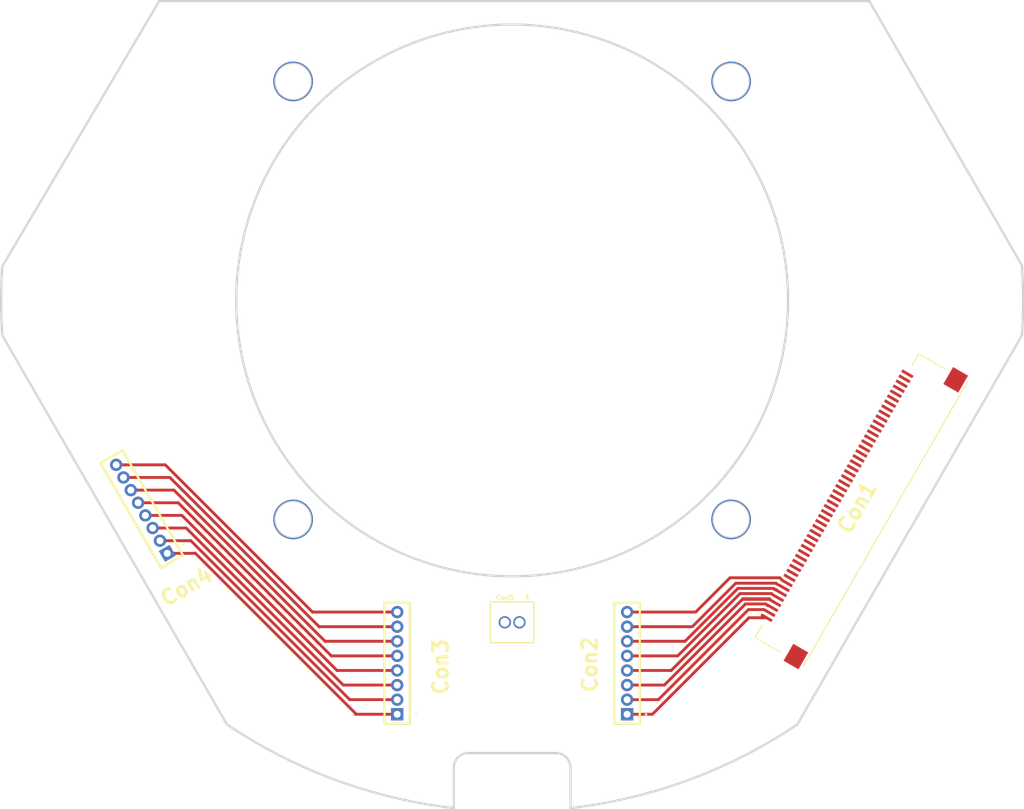
<source format=kicad_pcb>
(kicad_pcb (version 20211014) (generator pcbnew)
  (layers (0 "F.Cu" signal) (31 "B.Cu" signal) (34 "B.Paste" user) (35 "F.Paste" user) (36 "B.SilkS" user "B.Silkscreen") (37 "F.SilkS" user "F.Silkscreen") (38 "B.Mask" user) (39 "F.Mask" user) (44 "Edge.Cuts" user))
  (net 0 "")
  (net 1 "Net-(Con2-Pad1)")
  (net 2 "Net-(Con2-Pad2)")
  (net 3 "Net-(Con2-Pad3)")
  (net 4 "Net-(Con2-Pad4)")
  (net 5 "Net-(Con1-Pad5)")
  (net 6 "Net-(Con1-Pad6)")
  (net 7 "Net-(Con1-Pad7)")
  (net 8 "Net-(Con1-Pad8)")
  (net 53 "Net-(Con3-Pad1)")
  (net 54 "Net-(Con3-Pad2)")
  (net 55 "Net-(Con3-Pad3)")
  (net 56 "Net-(Con3-Pad4)")
  (net 57 "Net-(Con3-Pad5)")
  (net 58 "Net-(Con3-Pad6)")
  (net 59 "Net-(Con3-Pad7)")
  (net 60 "Net-(Con3-Pad8)")
  (footprint "Connector_Samtec_manual:SLM-102-01-X-S" (layer "F.Cu") (at 135.400508 119.26)
    (fp_text reference "Con5" (at -0.63502 -2.159068) (layer "F.SilkS") (effects (font (size 0.400013 0.400013))))
    (fp_text value "SLM-102-01-X-S")
    (fp_text user "1" (at 1.325 -2.225) (layer "F.SilkS") (effects (font (size 0.400152 0.400152))))
    (fp_line (start 1.8923 1.778) (end -1.8923 1.778) (layer "F.SilkS") (width 0.127))
    (fp_line (start 1.8923 -1.778) (end 1.8923 1.778) (layer "F.SilkS") (width 0.127))
    (fp_line (start -1.8923 -1.778) (end 1.8923 -1.778) (layer "F.SilkS") (width 0.127))
    (fp_line (start -1.8923 1.778) (end -1.8923 -1.778) (layer "F.SilkS") (width 0.127))
    (pad "1" thru_hole circle (at 0.635 0) (size 1.0668 1.0668) (drill 0.7874) (layers *.Cu *.Mask))
    (pad "2" thru_hole circle (at -0.635 0) (size 1.0668 1.0668) (drill 0.7874) (layers *.Cu *.Mask))
  )
  (footprint "ENGdownloadedFootprint:Omron XF2M50151A" (layer "F.Cu") (at 165.400508 109.26 60)
    (fp_text reference "Con1" (at 0 0 60) (layer "F.SilkS") (effects (font (size 1.27 1.27) (thickness 0.254))))
    (fp_text value "Omron_XF2M-5015-1A" hide)
    (fp_line (start -12.3 -2.815) (end -12.3 -2.815) (layer "F.SilkS") (width 0.1))
    (fp_line (start -12.2 -2.815) (end -12.2 -2.815) (layer "F.SilkS") (width 0.1))
    (fp_line (start -13 -2.015) (end -14.25 -2.015) (layer "F.SilkS") (width 0.1))
    (fp_line (start 14.25 -2.015) (end 14.25 0.525) (layer "F.SilkS") (width 0.1))
    (fp_line (start -14.25 2.865) (end 14.25 2.865) (layer "F.SilkS") (width 0.1))
    (fp_line (start -14.25 -2.015) (end -14.25 0.525) (layer "F.SilkS") (width 0.1))
    (fp_line (start 13.045 -2.015) (end 14.25 -2.015) (layer "F.SilkS") (width 0.1))
    (fp_arc (start -12.3 -2.815) (mid -12.25 -2.865) (end -12.2 -2.815) (layer "F.SilkS") (width 0.1))
    (fp_arc (start -12.2 -2.815) (mid -12.25 -2.765) (end -12.3 -2.815) (layer "F.SilkS") (width 0.1))
    (pad "1" smd rect (at -12.25 -2.015 60) (size 0.25 1.1) (layers "F.Cu" "F.Paste" "F.Mask") (net 1 "Net-(Con2-Pad1)"))
    (pad "2" smd rect (at -11.75 -2.015 60) (size 0.25 1.1) (layers "F.Cu" "F.Paste" "F.Mask") (net 2 "Net-(Con2-Pad2)"))
    (pad "3" smd rect (at -11.25 -2.015 60) (size 0.25 1.1) (layers "F.Cu" "F.Paste" "F.Mask") (net 3 "Net-(Con2-Pad3)"))
    (pad "4" smd rect (at -10.75 -2.015 60) (size 0.25 1.1) (layers "F.Cu" "F.Paste" "F.Mask") (net 4 "Net-(Con2-Pad4)"))
    (pad "5" smd rect (at -10.25 -2.015 60) (size 0.25 1.1) (layers "F.Cu" "F.Paste" "F.Mask") (net 5 "Net-(Con1-Pad5)"))
    (pad "6" smd rect (at -9.75 -2.015 60) (size 0.25 1.1) (layers "F.Cu" "F.Paste" "F.Mask") (net 6 "Net-(Con1-Pad6)"))
    (pad "7" smd rect (at -9.25 -2.015 60) (size 0.25 1.1) (layers "F.Cu" "F.Paste" "F.Mask") (net 7 "Net-(Con1-Pad7)"))
    (pad "8" smd rect (at -8.75 -2.015 60) (size 0.25 1.1) (layers "F.Cu" "F.Paste" "F.Mask") (net 8 "Net-(Con1-Pad8)"))
    (pad "9" smd rect (at -8.25 -2.015 60) (size 0.25 1.1) (layers "F.Cu" "F.Paste" "F.Mask"))
    (pad "10" smd rect (at -7.75 -2.015 60) (size 0.25 1.1) (layers "F.Cu" "F.Paste" "F.Mask"))
    (pad "11" smd rect (at -7.25 -2.015 60) (size 0.25 1.1) (layers "F.Cu" "F.Paste" "F.Mask"))
    (pad "12" smd rect (at -6.75 -2.015 60) (size 0.25 1.1) (layers "F.Cu" "F.Paste" "F.Mask"))
    (pad "13" smd rect (at -6.25 -2.015 60) (size 0.25 1.1) (layers "F.Cu" "F.Paste" "F.Mask"))
    (pad "14" smd rect (at -5.75 -2.015 60) (size 0.25 1.1) (layers "F.Cu" "F.Paste" "F.Mask"))
    (pad "15" smd rect (at -5.25 -2.015 60) (size 0.25 1.1) (layers "F.Cu" "F.Paste" "F.Mask"))
    (pad "16" smd rect (at -4.75 -2.015 60) (size 0.25 1.1) (layers "F.Cu" "F.Paste" "F.Mask"))
    (pad "17" smd rect (at -4.25 -2.015 60) (size 0.25 1.1) (layers "F.Cu" "F.Paste" "F.Mask"))
    (pad "18" smd rect (at -3.75 -2.015 60) (size 0.25 1.1) (layers "F.Cu" "F.Paste" "F.Mask"))
    (pad "19" smd rect (at -3.25 -2.015 60) (size 0.25 1.1) (layers "F.Cu" "F.Paste" "F.Mask"))
    (pad "20" smd rect (at -2.75 -2.015 60) (size 0.25 1.1) (layers "F.Cu" "F.Paste" "F.Mask"))
    (pad "21" smd rect (at -2.25 -2.015 60) (size 0.25 1.1) (layers "F.Cu" "F.Paste" "F.Mask"))
    (pad "22" smd rect (at -1.75 -2.015 60) (size 0.25 1.1) (layers "F.Cu" "F.Paste" "F.Mask"))
    (pad "23" smd rect (at -1.25 -2.015 60) (size 0.25 1.1) (layers "F.Cu" "F.Paste" "F.Mask"))
    (pad "24" smd rect (at -0.75 -2.015 60) (size 0.25 1.1) (layers "F.Cu" "F.Paste" "F.Mask"))
    (pad "25" smd rect (at -0.25 -2.015 60) (size 0.25 1.1) (layers "F.Cu" "F.Paste" "F.Mask"))
    (pad "26" smd rect (at 0.25 -2.015 60) (size 0.25 1.1) (layers "F.Cu" "F.Paste" "F.Mask"))
    (pad "27" smd rect (at 0.75 -2.015 60) (size 0.25 1.1) (layers "F.Cu" "F.Paste" "F.Mask"))
    (pad "28" smd rect (at 1.25 -2.015 60) (size 0.25 1.1) (layers "F.Cu" "F.Paste" "F.Mask"))
    (pad "29" smd rect (at 1.75 -2.015 60) (size 0.25 1.1) (layers "F.Cu" "F.Paste" "F.Mask"))
    (pad "30" smd rect (at 2.25 -2.015 60) (size 0.25 1.1) (layers "F.Cu" "F.Paste" "F.Mask"))
    (pad "31" smd rect (at 2.75 -2.015 60) (size 0.25 1.1) (layers "F.Cu" "F.Paste" "F.Mask"))
    (pad "32" smd rect (at 3.25 -2.015 60) (size 0.25 1.1) (layers "F.Cu" "F.Paste" "F.Mask"))
    (pad "33" smd rect (at 3.75 -2.015 60) (size 0.25 1.1) (layers "F.Cu" "F.Paste" "F.Mask"))
    (pad "34" smd rect (at 4.25 -2.015 60) (size 0.25 1.1) (layers "F.Cu" "F.Paste" "F.Mask"))
    (pad "35" smd rect (at 4.75 -2.015 60) (size 0.25 1.1) (layers "F.Cu" "F.Paste" "F.Mask"))
    (pad "36" smd rect (at 5.25 -2.015 60) (size 0.25 1.1) (layers "F.Cu" "F.Paste" "F.Mask"))
    (pad "37" smd rect (at 5.75 -2.015 60) (size 0.25 1.1) (layers "F.Cu" "F.Paste" "F.Mask"))
    (pad "38" smd rect (at 6.25 -2.015 60) (size 0.25 1.1) (layers "F.Cu" "F.Paste" "F.Mask"))
    (pad "39" smd rect (at 6.75 -2.015 60) (size 0.25 1.1) (layers "F.Cu" "F.Paste" "F.Mask"))
    (pad "40" smd rect (at 7.25 -2.015 60) (size 0.25 1.1) (layers "F.Cu" "F.Paste" "F.Mask"))
    (pad "41" smd rect (at 7.75 -2.015 60) (size 0.25 1.1) (layers "F.Cu" "F.Paste" "F.Mask"))
    (pad "42" smd rect (at 8.25 -2.015 60) (size 0.25 1.1) (layers "F.Cu" "F.Paste" "F.Mask"))
    (pad "43" smd rect (at 8.75 -2.015 60) (size 0.25 1.1) (layers "F.Cu" "F.Paste" "F.Mask"))
    (pad "44" smd rect (at 9.25 -2.015 60) (size 0.25 1.1) (layers "F.Cu" "F.Paste" "F.Mask"))
    (pad "45" smd rect (at 9.75 -2.015 60) (size 0.25 1.1) (layers "F.Cu" "F.Paste" "F.Mask"))
    (pad "46" smd rect (at 10.25 -2.015 60) (size 0.25 1.1) (layers "F.Cu" "F.Paste" "F.Mask"))
    (pad "47" smd rect (at 10.75 -2.015 60) (size 0.25 1.1) (layers "F.Cu" "F.Paste" "F.Mask"))
    (pad "48" smd rect (at 11.25 -2.015 60) (size 0.25 1.1) (layers "F.Cu" "F.Paste" "F.Mask"))
    (pad "49" smd rect (at 11.75 -2.015 60) (size 0.25 1.1) (layers "F.Cu" "F.Paste" "F.Mask"))
    (pad "50" smd rect (at 12.25 -2.015 60) (size 0.25 1.1) (layers "F.Cu" "F.Paste" "F.Mask"))
    (pad "51" smd rect (at -13.9 1.885 150) (size 1.5 1.7) (layers "F.Cu" "F.Paste" "F.Mask"))
    (pad "52" smd rect (at 13.9 1.885 150) (size 1.5 1.7) (layers "F.Cu" "F.Paste" "F.Mask"))
  )
  (footprint "ENGdownloadedFootprint:8501000810001000" (layer "F.Cu") (at 125.400508 127.26 90)
    (fp_text reference "Con3" (at 4.125 3.775 270) (layer "F.SilkS") (effects (font (size 1.27 1.27) (thickness 0.254))))
    (fp_text value "850-10-008-10-001000" hide)
    (fp_line (start 0 1.6) (end 0 1.6) (layer "F.SilkS") (width 0.1))
    (fp_line (start 0 1.7) (end 0 1.7) (layer "F.SilkS") (width 0.1))
    (fp_line (start -0.825 1.105) (end -0.825 -1.105) (layer "F.SilkS") (width 0.2))
    (fp_line (start 9.715 -1.105) (end 9.715 1.105) (layer "F.SilkS") (width 0.2))
    (fp_line (start -0.825 -1.105) (end 9.715 -1.105) (layer "F.SilkS") (width 0.2))
    (fp_line (start 9.715 1.105) (end -0.825 1.105) (layer "F.SilkS") (width 0.2))
    (fp_arc (start 0 1.7) (mid -0.05 1.65) (end 0 1.6) (layer "F.SilkS") (width 0.1))
    (fp_arc (start 0 1.6) (mid 0.05 1.65) (end 0 1.7) (layer "F.SilkS") (width 0.1))
    (pad "1" thru_hole rect locked (at 0 0 90) (size 1.07 1.07) (drill 0.606) (layers *.Cu *.Mask) (net 53 "Net-(Con3-Pad1)"))
    (pad "2" thru_hole circle locked (at 1.27 0 90) (size 1.07 1.07) (drill 0.606) (layers *.Cu *.Mask) (net 54 "Net-(Con3-Pad2)"))
    (pad "3" thru_hole circle locked (at 2.54 0 90) (size 1.07 1.07) (drill 0.606) (layers *.Cu *.Mask) (net 55 "Net-(Con3-Pad3)"))
    (pad "4" thru_hole circle locked (at 3.81 0 90) (size 1.07 1.07) (drill 0.606) (layers *.Cu *.Mask) (net 56 "Net-(Con3-Pad4)"))
    (pad "5" thru_hole circle locked (at 5.08 0 90) (size 1.07 1.07) (drill 0.606) (layers *.Cu *.Mask) (net 57 "Net-(Con3-Pad5)"))
    (pad "6" thru_hole circle locked (at 6.35 0 90) (size 1.07 1.07) (drill 0.606) (layers *.Cu *.Mask) (net 58 "Net-(Con3-Pad6)"))
    (pad "7" thru_hole circle locked (at 7.62 0 90) (size 1.07 1.07) (drill 0.606) (layers *.Cu *.Mask) (net 59 "Net-(Con3-Pad7)"))
    (pad "8" thru_hole circle locked (at 8.89 0 90) (size 1.07 1.07) (drill 0.606) (layers *.Cu *.Mask) (net 60 "Net-(Con3-Pad8)"))
  )
  (footprint "ENGdownloadedFootprint:8501000810001000" (layer "F.Cu") (at 105.400508 113.26 120)
    (fp_text reference "Con4" (at -3.348974 0.000593 210) (layer "F.SilkS") (effects (font (size 1.27 1.27) (thickness 0.254))))
    (fp_text value "850-10-008-10-001000" hide)
    (fp_line (start 9.715 -1.105) (end 9.715 1.105) (layer "F.SilkS") (width 0.2))
    (fp_line (start -0.825 -1.105) (end 9.715 -1.105) (layer "F.SilkS") (width 0.2))
    (fp_line (start -0.825 1.105) (end -0.825 -1.105) (layer "F.SilkS") (width 0.2))
    (fp_line (start 9.715 1.105) (end -0.825 1.105) (layer "F.SilkS") (width 0.2))
    (fp_line (start 0 1.7) (end 0 1.7) (layer "F.SilkS") (width 0.1))
    (fp_line (start 0 1.6) (end 0 1.6) (layer "F.SilkS") (width 0.1))
    (fp_arc (start 0 1.7) (mid -0.05 1.65) (end 0 1.6) (layer "F.SilkS") (width 0.1))
    (fp_arc (start 0 1.6) (mid 0.05 1.65) (end 0 1.7) (layer "F.SilkS") (width 0.1))
    (pad "1" thru_hole rect locked (at 0 0 120) (size 1.07 1.07) (drill 0.606) (layers *.Cu *.Mask) (net 53 "Net-(Con3-Pad1)"))
    (pad "2" thru_hole circle locked (at 1.27 0 120) (size 1.07 1.07) (drill 0.606) (layers *.Cu *.Mask) (net 54 "Net-(Con3-Pad2)"))
    (pad "3" thru_hole circle locked (at 2.54 0 120) (size 1.07 1.07) (drill 0.606) (layers *.Cu *.Mask) (net 55 "Net-(Con3-Pad3)"))
    (pad "4" thru_hole circle locked (at 3.81 0 120) (size 1.07 1.07) (drill 0.606) (layers *.Cu *.Mask) (net 56 "Net-(Con3-Pad4)"))
    (pad "5" thru_hole circle locked (at 5.08 0 120) (size 1.07 1.07) (drill 0.606) (layers *.Cu *.Mask) (net 57 "Net-(Con3-Pad5)"))
    (pad "6" thru_hole circle locked (at 6.35 0 120) (size 1.07 1.07) (drill 0.606) (layers *.Cu *.Mask) (net 58 "Net-(Con3-Pad6)"))
    (pad "7" thru_hole circle locked (at 7.62 0 120) (size 1.07 1.07) (drill 0.606) (layers *.Cu *.Mask) (net 59 "Net-(Con3-Pad7)"))
    (pad "8" thru_hole circle locked (at 8.89 0 120) (size 1.07 1.07) (drill 0.606) (layers *.Cu *.Mask) (net 60 "Net-(Con3-Pad8)"))
  )
  (footprint "ENGdownloadedFootprint:8501000810001000" (layer "F.Cu") (at 145.400508 127.26 90)
    (fp_text reference "Con2" (at 4.325 -3.25 90) (layer "F.SilkS") (effects (font (size 1.27 1.27) (thickness 0.254))))
    (fp_text value "850-10-008-10-001000" hide)
    (fp_line (start 9.715 -1.105) (end 9.715 1.105) (layer "F.SilkS") (width 0.2))
    (fp_line (start -0.825 -1.105) (end 9.715 -1.105) (layer "F.SilkS") (width 0.2))
    (fp_line (start 0 1.7) (end 0 1.7) (layer "F.SilkS") (width 0.1))
    (fp_line (start -0.825 1.105) (end -0.825 -1.105) (layer "F.SilkS") (width 0.2))
    (fp_line (start 9.715 1.105) (end -0.825 1.105) (layer "F.SilkS") (width 0.2))
    (fp_line (start 0 1.6) (end 0 1.6) (layer "F.SilkS") (width 0.1))
    (fp_arc (start 0 1.6) (mid 0.05 1.65) (end 0 1.7) (layer "F.SilkS") (width 0.1))
    (fp_arc (start 0 1.7) (mid -0.05 1.65) (end 0 1.6) (layer "F.SilkS") (width 0.1))
    (pad "1" thru_hole rect locked (at 0 0 90) (size 1.07 1.07) (drill 0.606) (layers *.Cu *.Mask) (net 1 "Net-(Con2-Pad1)"))
    (pad "2" thru_hole circle locked (at 1.27 0 90) (size 1.07 1.07) (drill 0.606) (layers *.Cu *.Mask) (net 2 "Net-(Con2-Pad2)"))
    (pad "3" thru_hole circle locked (at 2.54 0 90) (size 1.07 1.07) (drill 0.606) (layers *.Cu *.Mask) (net 3 "Net-(Con2-Pad3)"))
    (pad "4" thru_hole circle locked (at 3.81 0 90) (size 1.07 1.07) (drill 0.606) (layers *.Cu *.Mask) (net 4 "Net-(Con2-Pad4)"))
    (pad "5" thru_hole circle locked (at 5.08 0 90) (size 1.07 1.07) (drill 0.606) (layers *.Cu *.Mask) (net 5 "Net-(Con1-Pad5)"))
    (pad "6" thru_hole circle locked (at 6.35 0 90) (size 1.07 1.07) (drill 0.606) (layers *.Cu *.Mask) (net 6 "Net-(Con1-Pad6)"))
    (pad "7" thru_hole circle locked (at 7.62 0 90) (size 1.07 1.07) (drill 0.606) (layers *.Cu *.Mask) (net 7 "Net-(Con1-Pad7)"))
    (pad "8" thru_hole circle locked (at 8.89 0 90) (size 1.07 1.07) (drill 0.606) (layers *.Cu *.Mask) (net 8 "Net-(Con1-Pad8)"))
  )
  (gr_line (start 104.699031 65.225) (end 91.048554 88.2943) (layer "Edge.Cuts") (width 0.2))
  (gr_arc (start 179.744792 88.210684) (mid 179.849508 91.26) (end 179.744792 94.309316) (layer "Edge.Cuts") (width 0.2))
  (gr_line (start 140.479508 131.9) (end 140.479508 135.41876) (layer "Edge.Cuts") (width 0.2))
  (gr_line (start 160.212935 128.139484) (end 179.744792 94.309316) (layer "Edge.Cuts") (width 0.2))
  (gr_arc (start 139.209508 130.63) (mid 140.107534 131.001974) (end 140.479508 131.9) (layer "Edge.Cuts") (width 0.2))
  (gr_circle (center 154.449508 110.31) (end 155.973508 110.31) (layer "Edge.Cuts") (width 0.2) (fill none))
  (gr_line (start 130.319508 131.9) (end 130.319508 135.41876) (layer "Edge.Cuts") (width 0.2))
  (gr_line (start 104.699031 65.225) (end 166.474001 65.225) (layer "Edge.Cuts") (width 0.2))
  (gr_arc (start 91.054224 94.309316) (mid 90.949528 91.301904) (end 91.048554 88.2943) (layer "Edge.Cuts") (width 0.2))
  (gr_line (start 131.589508 130.63) (end 139.209508 130.63) (layer "Edge.Cuts") (width 0.2))
  (gr_arc (start 160.212935 128.139484) (mid 150.78298 132.963133) (end 140.479508 135.41876) (layer "Edge.Cuts") (width 0.2))
  (gr_circle (center 135.399508 91.26) (end 159.402508 91.26) (layer "Edge.Cuts") (width 0.2) (fill none))
  (gr_arc (start 130.319508 131.9) (mid 130.691482 131.001974) (end 131.589508 130.63) (layer "Edge.Cuts") (width 0.2))
  (gr_circle (center 116.349508 72.21) (end 117.873508 72.21) (layer "Edge.Cuts") (width 0.2) (fill none))
  (gr_arc (start 130.319508 135.41876) (mid 120.016036 132.963133) (end 110.586081 128.139484) (layer "Edge.Cuts") (width 0.2))
  (gr_circle (center 116.349508 110.31) (end 117.873508 110.31) (layer "Edge.Cuts") (width 0.2) (fill none))
  (gr_line (start 91.054224 94.309316) (end 110.586081 128.139484) (layer "Edge.Cuts") (width 0.2))
  (gr_line (start 179.744792 88.210684) (end 166.474001 65.225) (layer "Edge.Cuts") (width 0.2))
  (gr_circle (center 154.449508 72.21) (end 155.973508 72.21) (layer "Edge.Cuts") (width 0.2) (fill none))
  (via (at 154.450508 72.21) (size 3.45) (drill 3.05) (layers "F.Cu" "B.Cu") (net 0))
  (via (at 116.350508 110.31) (size 3.45) (drill 3.05) (layers "F.Cu" "B.Cu") (net 0))
  (via (at 116.350508 72.21) (size 3.45) (drill 3.05) (layers "F.Cu" "B.Cu") (net 0))
  (via (at 154.450508 110.31) (size 3.45) (drill 3.05) (layers "F.Cu" "B.Cu") (net 0))
  (segment (start 155.999197 118.861311) (end 147.600508 127.26) (width 0.25) (layer "F.Cu") (net 1))
  (segment (start 147.600508 127.26) (end 145.400508 127.26) (width 0.25) (layer "F.Cu") (net 1))
  (segment (start 157.530467 118.861311) (end 155.999197 118.861311) (width 0.25) (layer "F.Cu") (net 1))
  (segment (start 148.120508 125.99) (end 145.400508 125.99) (width 0.25) (layer "F.Cu") (net 2))
  (segment (start 157.325508 118.153538) (end 155.95697 118.153538) (width 0.25) (layer "F.Cu") (net 2))
  (segment (start 155.95697 118.153538) (end 148.120508 125.99) (width 0.25) (layer "F.Cu") (net 2))
  (segment (start 148.640508 124.72) (end 155.700028 117.66048) (width 0.25) (layer "F.Cu") (net 3))
  (segment (start 145.400508 124.72) (end 148.640508 124.72) (width 0.25) (layer "F.Cu") (net 3))
  (segment (start 155.700028 117.66048) (end 157.468167 117.66048) (width 0.25) (layer "F.Cu") (net 3))
  (segment (start 157.468167 117.66048) (end 157.621598 117.813911) (width 0.25) (layer "F.Cu") (net 3))
  (segment (start 145.400508 123.45) (end 149.235508 123.45) (width 0.25) (layer "F.Cu") (net 4))
  (segment (start 157.830198 117.26) (end 155.425508 117.26) (width 0.25) (layer "F.Cu") (net 4))
  (segment (start 149.235508 123.45) (end 155.425508 117.26) (width 0.25) (layer "F.Cu") (net 4))
  (segment (start 155.474548 117.21096) (end 157.781158 117.21096) (width 0.25) (layer "F.Cu") (net 4))
  (segment (start 157.781158 117.21096) (end 157.830198 117.26) (width 0.25) (layer "F.Cu") (net 4))
  (segment (start 155.425508 117.26) (end 155.474548 117.21096) (width 0.25) (layer "F.Cu") (net 4))
  (segment (start 149.805508 122.18) (end 155.225508 116.76) (width 0.25) (layer "F.Cu") (net 5))
  (segment (start 155.225508 116.76) (end 157.965916 116.76) (width 0.25) (layer "F.Cu") (net 5))
  (segment (start 145.400508 122.18) (end 149.805508 122.18) (width 0.25) (layer "F.Cu") (net 5))
  (segment (start 157.965916 116.76) (end 158.045712 116.839796) (width 0.25) (layer "F.Cu") (net 5))
  (segment (start 150.300508 120.91) (end 150.43979 120.91) (width 0.25) (layer "F.Cu") (net 6))
  (segment (start 158.226071 116.384438) (end 158.26312 116.421487) (width 0.25) (layer "F.Cu") (net 6))
  (segment (start 145.400508 120.91) (end 150.300508 120.91) (width 0.25) (layer "F.Cu") (net 6))
  (segment (start 158.26312 116.421487) (end 158.400508 116.421487) (width 0.25) (layer "F.Cu") (net 6))
  (segment (start 150.43979 120.91) (end 154.857649 116.492141) (width 0.25) (layer "F.Cu") (net 6))
  (segment (start 158.152113 116.31048) (end 158.226071 116.384438) (width 0.25) (layer "F.Cu") (net 6))
  (segment (start 155.039311 116.31048) (end 158.152113 116.31048) (width 0.25) (layer "F.Cu") (net 6))
  (segment (start 154.857649 116.492141) (end 155.039311 116.31048) (width 0.25) (layer "F.Cu") (net 6))
  (segment (start 154.853114 115.86096) (end 158.364501 115.86096) (width 0.25) (layer "F.Cu") (net 7))
  (segment (start 158.364501 115.86096) (end 158.475508 115.971967) (width 0.25) (layer "F.Cu") (net 7))
  (segment (start 145.400508 119.64) (end 151.074073 119.64) (width 0.25) (layer "F.Cu") (net 7))
  (segment (start 151.074073 119.64) (end 154.853114 115.86096) (width 0.25) (layer "F.Cu") (net 7))
  (segment (start 151.365508 118.37) (end 154.350028 115.38548) (width 0.25) (layer "F.Cu") (net 8))
  (segment (start 145.400508 118.37) (end 151.365508 118.37) (width 0.25) (layer "F.Cu") (net 8))
  (segment (start 158.687728 115.38548) (end 158.85771 115.555462) (width 0.25) (layer "F.Cu") (net 8))
  (segment (start 154.350028 115.38548) (end 158.687728 115.38548) (width 0.25) (layer "F.Cu") (net 8))
  (segment (start 107.825508 113.235) (end 121.775508 127.185) (width 0.25) (layer "F.Cu") (net 53))
  (segment (start 121.800508 127.26) (end 125.400508 127.26) (width 0.25) (layer "F.Cu") (net 53))
  (segment (start 121.775508 127.235) (end 121.800508 127.26) (width 0.25) (layer "F.Cu") (net 53))
  (segment (start 107.800508 113.26) (end 107.825508 113.235) (width 0.25) (layer "F.Cu") (net 53))
  (segment (start 105.400508 113.26) (end 107.800508 113.26) (width 0.25) (layer "F.Cu") (net 53))
  (segment (start 121.775508 127.185) (end 121.775508 127.235) (width 0.25) (layer "F.Cu") (net 53))
  (segment (start 121.285508 125.985) (end 121.280508 125.99) (width 0.25) (layer "F.Cu") (net 54))
  (segment (start 125.400508 125.99) (end 125.400508 125.985) (width 0.25) (layer "F.Cu") (net 54))
  (segment (start 107.450656 112.160148) (end 121.280508 125.99) (width 0.25) (layer "F.Cu") (net 54))
  (segment (start 104.765508 112.160148) (end 107.450656 112.160148) (width 0.25) (layer "F.Cu") (net 54))
  (segment (start 125.400508 125.985) (end 121.285508 125.985) (width 0.25) (layer "F.Cu") (net 54))
  (segment (start 120.710508 124.72) (end 125.400508 124.72) (width 0.25) (layer "F.Cu") (net 55))
  (segment (start 104.130508 111.060295) (end 107.050803 111.060295) (width 0.25) (layer "F.Cu") (net 55))
  (segment (start 107.050803 111.060295) (end 120.710508 124.72) (width 0.25) (layer "F.Cu") (net 55))
  (segment (start 120.175508 123.46) (end 120.185508 123.45) (width 0.25) (layer "F.Cu") (net 56))
  (segment (start 120.185508 123.45) (end 125.400508 123.45) (width 0.25) (layer "F.Cu") (net 56))
  (segment (start 106.675951 109.960443) (end 120.175508 123.46) (width 0.25) (layer "F.Cu") (net 56))
  (segment (start 103.495508 109.960443) (end 106.675951 109.960443) (width 0.25) (layer "F.Cu") (net 56))
  (segment (start 119.680508 122.18) (end 125.400508 122.18) (width 0.25) (layer "F.Cu") (net 57))
  (segment (start 106.351099 108.860591) (end 119.675508 122.185) (width 0.25) (layer "F.Cu") (net 57))
  (segment (start 119.675508 122.185) (end 119.680508 122.18) (width 0.25) (layer "F.Cu") (net 57))
  (segment (start 102.860508 108.860591) (end 106.351099 108.860591) (width 0.25) (layer "F.Cu") (net 57))
  (segment (start 119.175508 120.91) (end 125.400508 120.91) (width 0.25) (layer "F.Cu") (net 58))
  (segment (start 102.225508 107.760739) (end 105.976247 107.760739) (width 0.25) (layer "F.Cu") (net 58))
  (segment (start 119.150508 120.935) (end 119.175508 120.91) (width 0.25) (layer "F.Cu") (net 58))
  (segment (start 105.976247 107.760739) (end 119.150508 120.935) (width 0.25) (layer "F.Cu") (net 58))
  (segment (start 105.626394 106.660886) (end 118.625508 119.66) (width 0.25) (layer "F.Cu") (net 59))
  (segment (start 118.645508 119.64) (end 125.400508 119.64) (width 0.25) (layer "F.Cu") (net 59))
  (segment (start 101.590508 106.660886) (end 105.626394 106.660886) (width 0.25) (layer "F.Cu") (net 59))
  (segment (start 118.625508 119.66) (end 118.645508 119.64) (width 0.25) (layer "F.Cu") (net 59))
  (segment (start 100.955508 105.561034) (end 105.226542 105.561034) (width 0.25) (layer "F.Cu") (net 60))
  (segment (start 105.226542 105.561034) (end 118.050508 118.385) (width 0.25) (layer "F.Cu") (net 60))
  (segment (start 118.065508 118.37) (end 125.400508 118.37) (width 0.25) (layer "F.Cu") (net 60))
  (segment (start 118.050508 118.385) (end 118.065508 118.37) (width 0.25) (layer "F.Cu") (net 60))
)
</source>
